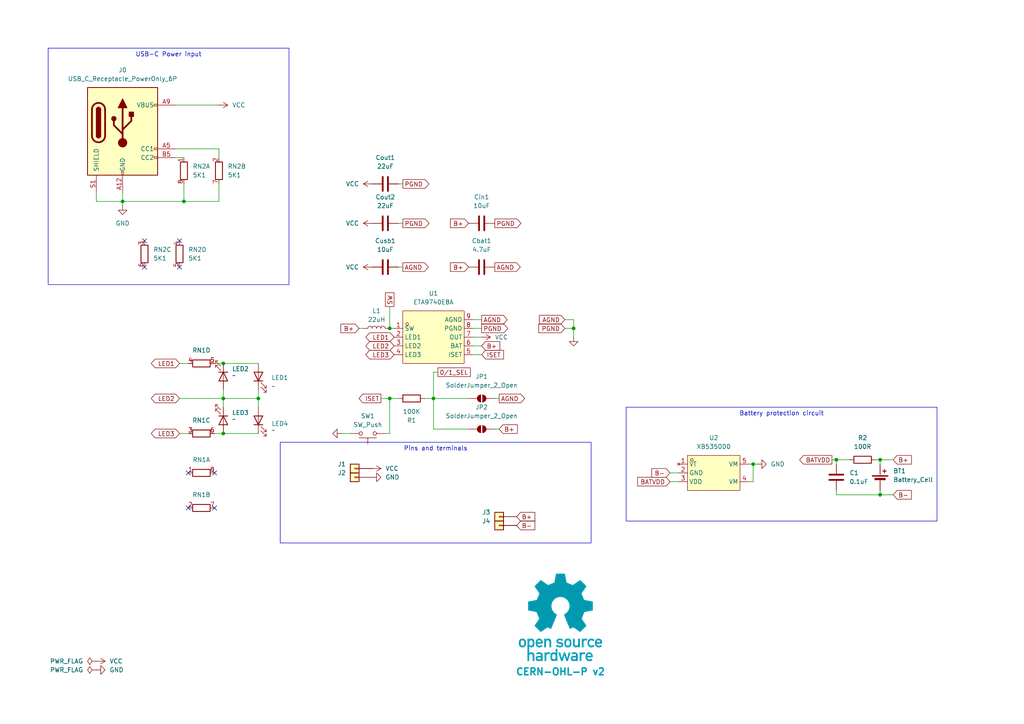
<source format=kicad_sch>
(kicad_sch (version 20231120) (generator "eeschema") (generator_version "8.0")
  (paper "A4")
  (lib_symbols
    (symbol "Conn_01x01_1" (pin_numbers hide) (pin_names (offset 1.016) hide)
      (property "Reference" "J" (at 0 2.54 0))
      (property "Value" "Conn_01x01" (at 0 -2.54 0))
      (symbol "Conn_01x01_1_1_1"
        (rectangle (start -1.27 0.127) (end 0 -0.127) (stroke (width 0.1524)))
        (rectangle (start -1.27 1.27) (end 1.27 -1.27) (stroke (width 0.254)) (fill (type background)))
        (pin passive line (at -5.08 0 0) (length 3.81) (name "Pin_1") (number "1"))
      )
    )
    (symbol "Connector:USB_C_Receptacle_PowerOnly_6P" (pin_names (offset 1.016))
      (property "Reference" "J" (at 0 16.51 0))
      (property "Value" "USB_C_Receptacle_PowerOnly_6P" (at 0 13.97 0))
      (symbol "USB_C_Receptacle_PowerOnly_6P_0_0"
        (rectangle (start -0.254 -12.7) (end 0.254 -11.684))
        (rectangle (start 10.16 -7.366) (end 9.144 -7.874))
        (rectangle (start 10.16 -4.826) (end 9.144 -5.334))
        (rectangle (start 10.16 7.874) (end 9.144 7.366))
      )
      (symbol "USB_C_Receptacle_PowerOnly_6P_0_1"
        (rectangle (start -10.16 12.7) (end 10.16 -12.7) (stroke (width 0.254)) (fill (type background)))
        (arc (start -8.89 -1.27) (mid -6.985 -3.1667) (end -5.08 -1.27) (stroke (width 0.508)))
        (arc (start -7.62 -1.27) (mid -6.985 -1.9023) (end -6.35 -1.27) (stroke (width 0.254)))
        (arc (start -7.62 -1.27) (mid -6.985 -1.9023) (end -6.35 -1.27) (stroke (width 0.254)) (fill (type outline)))
        (rectangle (start -7.62 -1.27) (end -6.35 6.35) (stroke (width 0.254)) (fill (type outline)))
        (arc (start -6.35 6.35) (mid -6.985 6.9823) (end -7.62 6.35) (stroke (width 0.254)))
        (arc (start -6.35 6.35) (mid -6.985 6.9823) (end -7.62 6.35) (stroke (width 0.254)) (fill (type outline)))
        (arc (start -5.08 6.35) (mid -6.985 8.2467) (end -8.89 6.35) (stroke (width 0.508)))
        (circle (center -2.54 3.683) (radius 0.635) (stroke (width 0.254)) (fill (type outline)))
        (circle (center 0 -3.302) (radius 1.27) (fill (type outline)))
        (polyline (pts (xy -8.89 -1.27) (xy -8.89 6.35)) (stroke (width 0.508)))
        (polyline (pts (xy -5.08 6.35) (xy -5.08 -1.27)) (stroke (width 0.508)))
        (polyline (pts (xy 0 -3.302) (xy 0 6.858)) (stroke (width 0.508)))
        (polyline (pts (xy 0 -0.762) (xy -2.54 1.778) (xy -2.54 3.048)) (stroke (width 0.508)))
        (polyline (pts (xy 0 0.508) (xy 2.54 3.048) (xy 2.54 4.318)) (stroke (width 0.508)))
        (polyline (pts (xy -1.27 6.858) (xy 0 9.398) (xy 1.27 6.858) (xy -1.27 6.858)) (stroke (width 0.254)) (fill (type outline)))
        (rectangle (start 1.905 4.318) (end 3.175 5.588) (stroke (width 0.254)) (fill (type outline)))
      )
      (symbol "USB_C_Receptacle_PowerOnly_6P_1_1"
        (pin passive line (at 0 -17.78 90) (length 5.08) (name "GND") (number "A12"))
        (pin bidirectional line (at 15.24 -5.08 180) (length 5.08) (name "CC1") (number "A5"))
        (pin passive line (at 15.24 7.62 180) (length 5.08) (name "VBUS") (number "A9"))
        (pin passive line (at 0 -17.78 90) (length 5.08) hide (name "GND") (number "B12"))
        (pin bidirectional line (at 15.24 -7.62 180) (length 5.08) (name "CC2") (number "B5"))
        (pin passive line (at 15.24 7.62 180) (length 5.08) hide (name "VBUS") (number "B9"))
        (pin passive line (at -7.62 -17.78 90) (length 5.08) (name "SHIELD") (number "S1"))
      )
    )
    (symbol "Connector_Generic:Conn_01x01" (pin_numbers hide) (pin_names (offset 1.016) hide)
      (property "Reference" "J" (at 0 2.54 0))
      (property "Value" "Conn_01x01" (at 0 -2.54 0))
      (symbol "Conn_01x01_1_1"
        (rectangle (start -1.27 0.127) (end 0 -0.127) (stroke (width 0.1524)))
        (rectangle (start -1.27 1.27) (end 1.27 -1.27) (stroke (width 0.254)) (fill (type background)))
        (pin passive line (at -5.08 0 0) (length 3.81) (name "Pin_1") (number "1"))
      )
    )
    (symbol "Device:Battery_Cell" (pin_numbers hide) (pin_names (offset 0) hide)
      (property "Reference" "BT" (at 2.54 2.54 0))
      (property "Value" "Battery_Cell" (at 2.54 0 0))
      (symbol "Battery_Cell_0_1"
        (rectangle (start -2.286 1.778) (end 2.286 1.524) (fill (type outline)))
        (rectangle (start -1.524 1.016) (end 1.524 0.508) (fill (type outline)))
        (polyline (pts (xy 0 0.762) (xy 0 0)))
        (polyline (pts (xy 0 1.778) (xy 0 2.54)))
        (polyline (pts (xy 0.762 3.048) (xy 1.778 3.048)) (stroke (width 0.254)))
        (polyline (pts (xy 1.27 3.556) (xy 1.27 2.54)) (stroke (width 0.254)))
      )
      (symbol "Battery_Cell_1_1"
        (pin passive line (at 0 5.08 270) (length 2.54) (name "+") (number "1"))
        (pin passive line (at 0 -2.54 90) (length 2.54) (name "-") (number "2"))
      )
    )
    (symbol "Device:C" (pin_numbers hide) (pin_names (offset 0.254))
      (property "Reference" "C" (at 0.635 2.54 0))
      (property "Value" "C" (at 0.635 -2.54 0))
      (symbol "C_0_1"
        (polyline (pts (xy -2.032 -0.762) (xy 2.032 -0.762)) (stroke (width 0.508)))
        (polyline (pts (xy -2.032 0.762) (xy 2.032 0.762)) (stroke (width 0.508)))
      )
      (symbol "C_1_1"
        (pin passive line (at 0 3.81 270) (length 2.794) (name "~") (number "1"))
        (pin passive line (at 0 -3.81 90) (length 2.794) (name "~") (number "2"))
      )
    )
    (symbol "Device:L" (pin_numbers hide) (pin_names (offset 1.016) hide)
      (property "Reference" "L" (at -1.27 0 90))
      (property "Value" "L" (at 1.905 0 90))
      (symbol "L_0_1"
        (arc (start 0 -2.54) (mid 0.6323 -1.905) (end 0 -1.27))
        (arc (start 0 -1.27) (mid 0.6323 -0.635) (end 0 0))
        (arc (start 0 0) (mid 0.6323 0.635) (end 0 1.27))
        (arc (start 0 1.27) (mid 0.6323 1.905) (end 0 2.54))
      )
      (symbol "L_1_1"
        (pin passive line (at 0 3.81 270) (length 1.27) (name "1") (number "1"))
        (pin passive line (at 0 -3.81 90) (length 1.27) (name "2") (number "2"))
      )
    )
    (symbol "Device:LED" (pin_numbers hide) (pin_names (offset 1.016) hide)
      (property "Reference" "D" (at 0 2.54 0))
      (property "Value" "LED" (at 0 -2.54 0))
      (symbol "LED_0_1"
        (polyline (pts (xy -1.27 -1.27) (xy -1.27 1.27)) (stroke (width 0.254)))
        (polyline (pts (xy -1.27 0) (xy 1.27 0)))
        (polyline (pts (xy 1.27 -1.27) (xy 1.27 1.27) (xy -1.27 0) (xy 1.27 -1.27)) (stroke (width 0.254)))
        (polyline (pts (xy -3.048 -0.762) (xy -4.572 -2.286) (xy -3.81 -2.286) (xy -4.572 -2.286) (xy -4.572 -1.524)))
        (polyline (pts (xy -1.778 -0.762) (xy -3.302 -2.286) (xy -2.54 -2.286) (xy -3.302 -2.286) (xy -3.302 -1.524)))
      )
      (symbol "LED_1_1"
        (pin passive line (at -3.81 0 0) (length 2.54) (name "K") (number "1"))
        (pin passive line (at 3.81 0 180) (length 2.54) (name "A") (number "2"))
      )
    )
    (symbol "Device:R" (pin_numbers hide) (pin_names (offset 0))
      (property "Reference" "R" (at 2.032 0 90))
      (property "Value" "R" (at 0 0 90))
      (symbol "R_0_1"
        (rectangle (start -1.016 -2.54) (end 1.016 2.54) (stroke (width 0.254)))
      )
      (symbol "R_1_1"
        (pin passive line (at 0 3.81 270) (length 1.27) (name "~") (number "1"))
        (pin passive line (at 0 -3.81 90) (length 1.27) (name "~") (number "2"))
      )
    )
    (symbol "Device:R_Pack04_Split" (pin_names (offset 0) hide)
      (property "Reference" "RN" (at 2.032 0 90))
      (property "Value" "R_Pack04_Split" (at 0 0 90))
      (symbol "R_Pack04_Split_0_1"
        (rectangle (start 1.016 2.54) (end -1.016 -2.54) (stroke (width 0.254)))
      )
      (symbol "R_Pack04_Split_1_1"
        (pin passive line (at 0 -3.81 90) (length 1.27) (name "R1.1") (number "1"))
        (pin passive line (at 0 3.81 270) (length 1.27) (name "R1.2") (number "8"))
      )
      (symbol "R_Pack04_Split_2_1"
        (pin passive line (at 0 -3.81 90) (length 1.27) (name "R2.1") (number "2"))
        (pin passive line (at 0 3.81 270) (length 1.27) (name "R2.2") (number "7"))
      )
      (symbol "R_Pack04_Split_3_1"
        (pin passive line (at 0 -3.81 90) (length 1.27) (name "R3.1") (number "3"))
        (pin passive line (at 0 3.81 270) (length 1.27) (name "R3.2") (number "6"))
      )
      (symbol "R_Pack04_Split_4_1"
        (pin passive line (at 0 -3.81 90) (length 1.27) (name "R4.1") (number "4"))
        (pin passive line (at 0 3.81 270) (length 1.27) (name "R4.2") (number "5"))
      )
    )
    (symbol "Jumper:SolderJumper_2_Open" (pin_numbers hide) (pin_names (offset 0) hide) (exclude_from_sim yes) (in_bom no)
      (property "Reference" "JP" (at 0 2.032 0))
      (property "Value" "SolderJumper_2_Open" (at 0 -2.54 0))
      (symbol "SolderJumper_2_Open_0_1"
        (arc (start -0.254 1.016) (mid -1.2656 0) (end -0.254 -1.016))
        (arc (start -0.254 1.016) (mid -1.2656 0) (end -0.254 -1.016) (fill (type outline)))
        (polyline (pts (xy -0.254 1.016) (xy -0.254 -1.016)))
        (polyline (pts (xy 0.254 1.016) (xy 0.254 -1.016)))
        (arc (start 0.254 -1.016) (mid 1.2656 0) (end 0.254 1.016))
        (arc (start 0.254 -1.016) (mid 1.2656 0) (end 0.254 1.016) (fill (type outline)))
      )
      (symbol "SolderJumper_2_Open_1_1"
        (pin passive line (at -3.81 0 0) (length 2.54) (name "A") (number "1"))
        (pin passive line (at 3.81 0 180) (length 2.54) (name "B") (number "2"))
      )
    )
    (symbol "Switch:SW_Push" (pin_numbers hide) (pin_names (offset 1.016) hide)
      (property "Reference" "SW" (at 1.27 2.54 0))
      (property "Value" "SW_Push" (at 0 -1.524 0))
      (symbol "SW_Push_0_1"
        (circle (center -2.032 0) (radius 0.508))
        (polyline (pts (xy 0 1.27) (xy 0 3.048)))
        (polyline (pts (xy 2.54 1.27) (xy -2.54 1.27)))
        (circle (center 2.032 0) (radius 0.508))
        (pin passive line (at -5.08 0 0) (length 2.54) (name "1") (number "1"))
        (pin passive line (at 5.08 0 180) (length 2.54) (name "2") (number "2"))
      )
    )
    (symbol "lcsc:ETA9740E8A"
      (property "Reference" "U" (at 0 10.16 0))
      (property "Value" "ETA9740E8A" (at 0 -10.16 0))
      (symbol "ETA9740E8A_0_1"
        (rectangle (start -8.89 7.62) (end 8.89 -7.62) (fill (type background)))
        (circle (center -7.62 3.81) (radius 0.38))
      )
      (symbol "ETA9740E8A_1_1"
        (pin passive line (at -11.43 2.54 0) (length 2.54) (name "SW") (number "1"))
        (pin bidirectional line (at -11.43 0 0) (length 2.54) (name "LED1") (number "2"))
        (pin bidirectional line (at -11.43 -2.54 0) (length 2.54) (name "LED2") (number "3"))
        (pin bidirectional line (at -11.43 -5.08 0) (length 2.54) (name "LED3") (number "4"))
        (pin passive line (at 11.43 -5.08 180) (length 2.54) (name "ISET") (number "5"))
        (pin passive line (at 11.43 -2.54 180) (length 2.54) (name "BAT") (number "6"))
        (pin power_in line (at 11.43 0 180) (length 2.54) (name "OUT") (number "7"))
        (pin power_in line (at 11.43 2.54 180) (length 2.54) (name "PGND") (number "8"))
        (pin power_in line (at 11.43 5.08 180) (length 2.54) (name "AGND") (number "9"))
      )
    )
    (symbol "lcsc:XB5350D0"
      (property "Reference" "U" (at 0 7.62 0))
      (property "Value" "XB5350D0" (at 0 -7.62 0))
      (symbol "XB5350D0_0_1"
        (rectangle (start -7.62 5.08) (end 7.62 -5.08) (fill (type background)))
        (circle (center -6.35 3.81) (radius 0.38))
      )
      (symbol "XB5350D0_1_1"
        (pin no_connect line (at -10.16 2.54 0) (length 2.54) (name "VT") (number "1"))
        (pin input line (at -10.16 0 0) (length 2.54) (name "GND") (number "2"))
        (pin input line (at -10.16 -2.54 0) (length 2.54) (name "VDD") (number "3"))
        (pin input line (at 10.16 -2.54 180) (length 2.54) (name "VM") (number "4"))
        (pin input line (at 10.16 2.54 180) (length 2.54) (name "VM") (number "5"))
      )
    )
    (symbol "power:GND" (power) (pin_numbers hide) (pin_names (offset 0) hide)
      (property "Value" "GND" (at 0 -3.81 0))
      (symbol "GND_0_1"
        (polyline (pts (xy 0 0) (xy 0 -1.27) (xy 1.27 -1.27) (xy 0 -2.54) (xy -1.27 -1.27) (xy 0 -1.27)))
      )
      (symbol "GND_1_1"
        (pin power_in line (at 0 0 270) (length 0) (name "~") (number "1"))
      )
    )
    (symbol "power:PWR_FLAG" (power) (pin_numbers hide) (pin_names (offset 0) hide)
      (property "Value" "PWR_FLAG" (at 0 3.81 0))
      (symbol "PWR_FLAG_0_0"
        (pin power_out line (at 0 0 90) (length 0) (name "~") (number "1"))
      )
      (symbol "PWR_FLAG_0_1"
        (polyline (pts (xy 0 0) (xy 0 1.27) (xy -1.016 1.905) (xy 0 2.54) (xy 1.016 1.905) (xy 0 1.27)))
      )
    )
    (symbol "power:VCC" (power) (pin_numbers hide) (pin_names (offset 0) hide)
      (property "Value" "VCC" (at 0 3.556 0))
      (symbol "VCC_0_1"
        (polyline (pts (xy -0.762 1.27) (xy 0 2.54)))
        (polyline (pts (xy 0 0) (xy 0 2.54)))
        (polyline (pts (xy 0 2.54) (xy 0.762 1.27)))
      )
      (symbol "VCC_1_1"
        (pin power_in line (at 0 0 90) (length 0) (name "~") (number "1"))
      )
    )
  )
  (junction (at 64.77 105.41))
  (junction (at 242.57 133.35))
  (junction (at 113.03 95.25))
  (junction (at 166.37 95.25))
  (junction (at 35.56 58.42))
  (junction (at 53.34 58.42))
  (junction (at 113.03 115.57))
  (junction (at 218.44 134.62))
  (junction (at 64.77 115.57))
  (junction (at 255.27 143.51))
  (junction (at 125.73 115.57))
  (junction (at 74.93 115.57))
  (junction (at 64.77 125.73))
  (junction (at 255.27 133.35))
  (no_connect (at 62.23 147.32))
  (no_connect (at 41.91 77.47))
  (no_connect (at 41.91 69.85))
  (no_connect (at 52.07 77.47))
  (no_connect (at 54.61 137.16))
  (no_connect (at 54.61 147.32))
  (no_connect (at 62.23 137.16))
  (no_connect (at 52.07 69.85))
  (wire (pts (xy 74.93 113.03) (xy 74.93 115.57)))
  (wire (pts (xy 53.34 53.34) (xy 53.34 58.42)))
  (wire (pts (xy 218.44 139.7) (xy 218.44 134.62)))
  (wire (pts (xy 255.27 143.51) (xy 255.27 142.24)))
  (wire (pts (xy 163.83 95.25) (xy 166.37 95.25)))
  (wire (pts (xy 104.14 95.25) (xy 105.41 95.25)))
  (wire (pts (xy 166.37 92.71) (xy 166.37 95.25)))
  (wire (pts (xy 242.57 142.24) (xy 242.57 143.51)))
  (wire (pts (xy 35.56 55.88) (xy 35.56 58.42)))
  (wire (pts (xy 113.03 115.57) (xy 110.49 115.57)))
  (wire (pts (xy 137.16 100.33) (xy 139.7 100.33)))
  (wire (pts (xy 27.94 58.42) (xy 35.56 58.42)))
  (wire (pts (xy 50.8 30.48) (xy 63.5 30.48)))
  (wire (pts (xy 64.77 113.03) (xy 64.77 115.57)))
  (wire (pts (xy 62.23 105.41) (xy 64.77 105.41)))
  (wire (pts (xy 166.37 95.25) (xy 166.37 97.79)))
  (wire (pts (xy 123.19 115.57) (xy 125.73 115.57)))
  (wire (pts (xy 62.23 125.73) (xy 64.77 125.73)))
  (wire (pts (xy 116.84 53.34) (xy 115.57 53.34)))
  (wire (pts (xy 64.77 125.73) (xy 74.93 125.73)))
  (wire (pts (xy 113.03 125.73) (xy 113.03 115.57)))
  (wire (pts (xy 137.16 97.79) (xy 139.7 97.79)))
  (wire (pts (xy 137.16 95.25) (xy 139.7 95.25)))
  (wire (pts (xy 219.71 134.62) (xy 218.44 134.62)))
  (wire (pts (xy 50.8 43.18) (xy 63.5 43.18)))
  (wire (pts (xy 241.3 133.35) (xy 242.57 133.35)))
  (wire (pts (xy 52.07 115.57) (xy 64.77 115.57)))
  (wire (pts (xy 242.57 143.51) (xy 255.27 143.51)))
  (wire (pts (xy 115.57 115.57) (xy 113.03 115.57)))
  (wire (pts (xy 127 107.95) (xy 125.73 107.95)))
  (wire (pts (xy 218.44 134.62) (xy 217.17 134.62)))
  (wire (pts (xy 163.83 92.71) (xy 166.37 92.71)))
  (wire (pts (xy 137.16 92.71) (xy 139.7 92.71)))
  (wire (pts (xy 27.94 55.88) (xy 27.94 58.42)))
  (wire (pts (xy 111.76 125.73) (xy 113.03 125.73)))
  (wire (pts (xy 116.84 77.47) (xy 115.57 77.47)))
  (wire (pts (xy 125.73 115.57) (xy 135.89 115.57)))
  (wire (pts (xy 137.16 102.87) (xy 139.7 102.87)))
  (wire (pts (xy 63.5 53.34) (xy 63.5 58.42)))
  (wire (pts (xy 63.5 43.18) (xy 63.5 45.72)))
  (wire (pts (xy 255.27 143.51) (xy 259.08 143.51)))
  (wire (pts (xy 53.34 58.42) (xy 35.56 58.42)))
  (wire (pts (xy 52.07 125.73) (xy 54.61 125.73)))
  (wire (pts (xy 255.27 133.35) (xy 255.27 134.62)))
  (wire (pts (xy 246.38 133.35) (xy 242.57 133.35)))
  (wire (pts (xy 35.56 58.42) (xy 35.56 59.69)))
  (wire (pts (xy 116.84 64.77) (xy 115.57 64.77)))
  (wire (pts (xy 50.8 45.72) (xy 53.34 45.72)))
  (wire (pts (xy 194.31 137.16) (xy 196.85 137.16)))
  (wire (pts (xy 254 133.35) (xy 255.27 133.35)))
  (wire (pts (xy 242.57 133.35) (xy 242.57 134.62)))
  (wire (pts (xy 52.07 105.41) (xy 54.61 105.41)))
  (wire (pts (xy 64.77 115.57) (xy 64.77 118.11)))
  (wire (pts (xy 63.5 58.42) (xy 53.34 58.42)))
  (wire (pts (xy 74.93 115.57) (xy 74.93 118.11)))
  (wire (pts (xy 64.77 115.57) (xy 74.93 115.57)))
  (wire (pts (xy 99.06 125.73) (xy 101.6 125.73)))
  (wire (pts (xy 144.78 124.46) (xy 143.51 124.46)))
  (wire (pts (xy 64.77 105.41) (xy 74.93 105.41)))
  (wire (pts (xy 144.78 115.57) (xy 143.51 115.57)))
  (wire (pts (xy 217.17 139.7) (xy 218.44 139.7)))
  (wire (pts (xy 255.27 133.35) (xy 259.08 133.35)))
  (wire (pts (xy 113.03 95.25) (xy 114.3 95.25)))
  (wire (pts (xy 194.31 139.7) (xy 196.85 139.7)))
  (wire (pts (xy 113.03 88.9) (xy 113.03 95.25)))
  (wire (pts (xy 125.73 115.57) (xy 125.73 124.46)))
  (wire (pts (xy 125.73 107.95) (xy 125.73 115.57)))
  (wire (pts (xy 135.89 124.46) (xy 125.73 124.46)))
  (image (at 162.56 179.07) (scale 0.37481))
  (text_box "Pins and terminals" (at 81.28 128.27 0) (size 90.17 29.21) (effects (font (size 1.27 1.27)) (justify top)))
  (text_box "USB-C Power input" (at 13.97 13.97 0) (size 69.85 68.58) (effects (font (size 1.27 1.27)) (justify top)))
  (text_box "Battery protection circuit" (at 181.61 118.11 0) (size 90.17 33.02) (effects (font (size 1.27 1.27)) (justify top)))
  (text "CERN-OHL-P v2" (at 162.56 195.072 0) (effects (font (size 2 2) (thickness 0.4) (bold yes))))
  (global_label "PGND" (shape output) (at 143.51 64.77 0) (property "Intersheetrefs" "${INTERSHEET_REFS}" (effects (hide yes))))
  (global_label "AGND" (shape output) (at 139.7 92.71 0) (property "Intersheetrefs" "${INTERSHEET_REFS}" (effects (hide yes))))
  (global_label "PGND" (shape input) (at 163.83 95.25 180) (property "Intersheetrefs" "${INTERSHEET_REFS}" (effects (hide yes))))
  (global_label "B+" (shape input) (at 139.7 100.33 0) (property "Intersheetrefs" "${INTERSHEET_REFS}" (effects (hide yes))))
  (global_label "LED2" (shape bidirectional) (at 114.3 100.33 180) (property "Intersheetrefs" "${INTERSHEET_REFS}" (effects (hide yes))))
  (global_label "AGND" (shape output) (at 144.78 115.57 0) (property "Intersheetrefs" "${INTERSHEET_REFS}" (effects (hide yes))))
  (global_label "0{slash}1_SEL" (shape passive) (at 127 107.95 0) (property "Intersheetrefs" "${INTERSHEET_REFS}" (effects (hide yes))))
  (global_label "PGND" (shape output) (at 139.7 95.25 0) (property "Intersheetrefs" "${INTERSHEET_REFS}" (effects (hide yes))))
  (global_label "B-" (shape input) (at 259.08 143.51 0) (property "Intersheetrefs" "${INTERSHEET_REFS}" (effects (hide yes))))
  (global_label "B+" (shape input) (at 135.89 77.47 180) (property "Intersheetrefs" "${INTERSHEET_REFS}" (effects (hide yes))))
  (global_label "PGND" (shape output) (at 116.84 53.34 0) (property "Intersheetrefs" "${INTERSHEET_REFS}" (effects (hide yes))))
  (global_label "PGND" (shape output) (at 116.84 64.77 0) (property "Intersheetrefs" "${INTERSHEET_REFS}" (effects (hide yes))))
  (global_label "B-" (shape input) (at 194.31 137.16 180) (property "Intersheetrefs" "${INTERSHEET_REFS}" (effects (hide yes))))
  (global_label "BATVDD" (shape input) (at 194.31 139.7 180) (property "Intersheetrefs" "${INTERSHEET_REFS}" (effects (hide yes))))
  (global_label "AGND" (shape output) (at 143.51 77.47 0) (property "Intersheetrefs" "${INTERSHEET_REFS}" (effects (hide yes))))
  (global_label "B-" (shape input) (at 149.86 152.4 0) (property "Intersheetrefs" "${INTERSHEET_REFS}" (effects (hide yes))))
  (global_label "ISET" (shape output) (at 110.49 115.57 180) (property "Intersheetrefs" "${INTERSHEET_REFS}" (effects (hide yes))))
  (global_label "B+" (shape input) (at 135.89 64.77 180) (property "Intersheetrefs" "${INTERSHEET_REFS}" (effects (hide yes))))
  (global_label "LED1" (shape bidirectional) (at 114.3 97.79 180) (property "Intersheetrefs" "${INTERSHEET_REFS}" (effects (hide yes))))
  (global_label "BATVDD" (shape output) (at 241.3 133.35 180) (property "Intersheetrefs" "${INTERSHEET_REFS}" (effects (hide yes))))
  (global_label "ISET" (shape input) (at 139.7 102.87 0) (property "Intersheetrefs" "${INTERSHEET_REFS}" (effects (hide yes))))
  (global_label "LED1" (shape bidirectional) (at 52.07 105.41 180) (property "Intersheetrefs" "${INTERSHEET_REFS}" (effects (hide yes))))
  (global_label "AGND" (shape input) (at 163.83 92.71 180) (property "Intersheetrefs" "${INTERSHEET_REFS}" (effects (hide yes))))
  (global_label "AGND" (shape output) (at 116.84 77.47 0) (property "Intersheetrefs" "${INTERSHEET_REFS}" (effects (hide yes))))
  (global_label "B+" (shape input) (at 259.08 133.35 0) (property "Intersheetrefs" "${INTERSHEET_REFS}" (effects (hide yes))))
  (global_label "LED3" (shape bidirectional) (at 114.3 102.87 180) (property "Intersheetrefs" "${INTERSHEET_REFS}" (effects (hide yes))))
  (global_label "SW" (shape passive) (at 113.03 88.9 90) (property "Intersheetrefs" "${INTERSHEET_REFS}" (effects (hide yes))))
  (global_label "B+" (shape input) (at 144.78 124.46 0) (property "Intersheetrefs" "${INTERSHEET_REFS}" (effects (hide yes))))
  (global_label "B+" (shape input) (at 149.86 149.86 0) (property "Intersheetrefs" "${INTERSHEET_REFS}" (effects (hide yes))))
  (global_label "LED2" (shape bidirectional) (at 52.07 115.57 180) (property "Intersheetrefs" "${INTERSHEET_REFS}" (effects (hide yes))))
  (global_label "B+" (shape input) (at 104.14 95.25 180) (property "Intersheetrefs" "${INTERSHEET_REFS}" (effects (hide yes))))
  (global_label "LED3" (shape bidirectional) (at 52.07 125.73 180) (property "Intersheetrefs" "${INTERSHEET_REFS}" (effects (hide yes))))
  (symbol (lib_id "Device:LED") (at 74.93 121.92 90) (unit 1)
    (property "Reference" "LED4" (at 78.74 122.8724 90) (effects (justify right)))
    (property "Value" "~" (at 78.74 124.7775 90) (effects (justify right)))
    (property "Footprint" "custom:LED_0805_2012Metric_Pad1.15x1.40mm_HandSolder_simple" (effects (hide yes)))
    (property "Description" "Light emitting diode" (effects (hide yes)))
  )
  (symbol (lib_id "power:GND") (at 99.06 125.73 270) (unit 1)
    (property "Reference" "#PWR012" (effects (hide yes)))
    (property "Value" "GND" (effects (hide yes)))
    (property "Description" "Power symbol creates a global label with name \"GND\" , ground" (effects (hide yes)))
  )
  (symbol (lib_id "Device:L") (at 109.22 95.25 90) (unit 1)
    (property "Reference" "L1" (at 109.22 90.17 90))
    (property "Value" "22uH" (at 109.22 92.71 90))
    (property "Footprint" "custom:Inductor_Multi_7.0x6.6_plus" (effects (hide yes)))
    (property "Description" "Inductor" (effects (hide yes)))
    (property "LCSC Part" "C5832376" (effects (hide yes)))
  )
  (symbol (lib_id "Device:R_Pack04_Split") (at 63.5 49.53 180) (unit 2)
    (property "Reference" "RN2" (at 66.04 48.2599 0) (effects (justify right)))
    (property "Value" "5K1" (at 66.04 50.7999 0) (effects (justify right)))
    (property "Footprint" "Resistor_SMD:R_Array_Convex_4x0603" (effects (hide yes)))
    (property "Description" "4 resistor network, parallel topology, split" (effects (hide yes)))
  )
  (symbol (lib_id "Device:R") (at 119.38 115.57 270) (mirror x) (unit 1)
    (property "Reference" "R1" (at 119.38 121.92 90))
    (property "Value" "100K" (at 119.38 119.38 90))
    (property "Footprint" "Resistor_SMD:R_0805_2012Metric_Pad1.20x1.40mm_HandSolder" (effects (hide yes)))
    (property "Description" "Resistor" (effects (hide yes)))
    (property "LCSC Part" "C17379" (effects (hide yes)))
  )
  (symbol (lib_id "Device:R_Pack04_Split") (at 58.42 137.16 270) (unit 1)
    (property "Reference" "RN1" (at 58.42 133.35 90))
    (property "Value" "R_Pack04_Split" (effects (hide yes)))
    (property "Footprint" "Resistor_SMD:R_Array_Convex_4x0603" (effects (hide yes)))
    (property "Description" "4 resistor network, parallel topology, split" (effects (hide yes)))
  )
  (symbol (lib_name "Conn_01x01_1") (lib_id "Connector_Generic:Conn_01x01") (at 144.78 152.4 0) (mirror y) (unit 1)
    (property "Reference" "J4" (at 142.24 151.1299 0) (effects (justify left)))
    (property "Value" "Conn_01x01" (effects (hide yes)))
    (property "Footprint" "custom:PinHeader_1x01_P2.54mm_simple_square" (effects (hide yes)))
    (property "Description" "Generic connector, single row, 01x01, script generated (kicad-library-utils/schlib/autogen/connector/)" (effects (hide yes)))
  )
  (symbol (lib_name "Conn_01x01_1") (lib_id "Connector_Generic:Conn_01x01") (at 102.87 138.43 0) (mirror y) (unit 1)
    (property "Reference" "J2" (at 100.33 137.1599 0) (effects (justify left)))
    (property "Value" "Conn_01x01" (effects (hide yes)))
    (property "Footprint" "custom:PinHeader_1x01_P2.54mm_simple_square" (effects (hide yes)))
    (property "Description" "Generic connector, single row, 01x01, script generated (kicad-library-utils/schlib/autogen/connector/)" (effects (hide yes)))
  )
  (symbol (lib_id "Device:R_Pack04_Split") (at 58.42 105.41 270) (unit 4)
    (property "Reference" "RN1" (at 58.42 101.6 90))
    (property "Value" "R_Pack04_Split" (effects (hide yes)))
    (property "Footprint" "Resistor_SMD:R_Array_Convex_4x0603" (effects (hide yes)))
    (property "Description" "4 resistor network, parallel topology, split" (effects (hide yes)))
  )
  (symbol (lib_id "Switch:SW_Push") (at 106.68 125.73 180) (unit 1)
    (property "Reference" "SW1" (at 106.68 120.65 0))
    (property "Value" "SW_Push" (at 106.68 123.19 0))
    (property "Footprint" "custom:PinHeader_1x02_P2.54mm_Vertical_simple_pad2gnd" (effects (hide yes)))
    (property "Description" "Push button switch, generic, two pins" (effects (hide yes)))
  )
  (symbol (lib_id "power:VCC") (at 139.7 97.79 270) (unit 1)
    (property "Reference" "#PWR04" (effects (hide yes)))
    (property "Value" "VCC" (at 143.51 97.7901 90) (effects (justify left)))
    (property "Description" "Power symbol creates a global label with name \"VCC\"" (effects (hide yes)))
  )
  (symbol (lib_id "power:VCC") (at 107.95 135.89 270) (mirror x) (unit 1)
    (property "Reference" "#PWR010" (effects (hide yes)))
    (property "Value" "VCC" (at 111.76 135.8899 90) (effects (justify left)))
    (property "Description" "Power symbol creates a global label with name \"VCC\"" (effects (hide yes)))
  )
  (symbol (lib_id "power:VCC") (at 107.95 77.47 90) (unit 1)
    (property "Reference" "#PWR09" (effects (hide yes)))
    (property "Value" "VCC" (at 104.14 77.4699 90) (effects (justify left)))
    (property "Description" "Power symbol creates a global label with name \"VCC\"" (effects (hide yes)))
  )
  (symbol (lib_id "Jumper:SolderJumper_2_Open") (at 139.7 115.57 180) (unit 1) (exclude_from_sim yes) (in_bom no)
    (property "Reference" "JP1" (at 139.7 109.22 0))
    (property "Value" "SolderJumper_2_Open" (at 139.7 111.76 0))
    (property "Footprint" "Jumper:SolderJumper-2_P1.3mm_Open_RoundedPad1.0x1.5mm" (effects (hide yes)))
    (property "Description" "Solder Jumper, 2-pole, open" (effects (hide yes)))
  )
  (symbol (lib_id "Device:LED") (at 74.93 109.22 90) (unit 1)
    (property "Reference" "LED1" (at 78.74 109.5374 90) (effects (justify right)))
    (property "Value" "~" (at 78.74 112.0774 90) (effects (justify right)))
    (property "Footprint" "custom:LED_0805_2012Metric_Pad1.15x1.40mm_HandSolder_simple" (effects (hide yes)))
    (property "Description" "Light emitting diode" (effects (hide yes)))
  )
  (symbol (lib_id "power:VCC") (at 27.94 191.77 270) (unit 1)
    (property "Reference" "#PWR01" (effects (hide yes)))
    (property "Value" "VCC" (at 31.75 191.7701 90) (effects (justify left)))
    (property "Description" "Power symbol creates a global label with name \"VCC\"" (effects (hide yes)))
  )
  (symbol (lib_id "Device:LED") (at 64.77 109.22 270) (unit 1)
    (property "Reference" "LED2" (at 67.31 106.9974 90) (effects (justify left)))
    (property "Value" "~" (at 67.31 108.9025 90) (effects (justify left)))
    (property "Footprint" "custom:LED_0805_2012Metric_Pad1.15x1.40mm_HandSolder_simple" (effects (hide yes)))
    (property "Description" "Light emitting diode" (effects (hide yes)))
  )
  (symbol (lib_id "power:PWR_FLAG") (at 27.94 194.31 90) (unit 1)
    (property "Reference" "#FLG01" (effects (hide yes)))
    (property "Value" "PWR_FLAG" (at 24.13 194.3101 90) (effects (justify left)))
    (property "Description" "Special symbol for telling ERC where power comes from" (effects (hide yes)))
  )
  (symbol (lib_id "Device:R_Pack04_Split") (at 41.91 73.66 180) (unit 3)
    (property "Reference" "RN2" (at 44.45 72.3899 0) (effects (justify right)))
    (property "Value" "5K1" (at 44.45 74.9299 0) (effects (justify right)))
    (property "Footprint" "Resistor_SMD:R_Array_Convex_4x0603" (effects (hide yes)))
    (property "Description" "4 resistor network, parallel topology, split" (effects (hide yes)))
  )
  (symbol (lib_id "Device:LED") (at 64.77 121.92 270) (unit 1)
    (property "Reference" "LED3" (at 67.31 119.6974 90) (effects (justify left)))
    (property "Value" "~" (at 67.31 121.6025 90) (effects (justify left)))
    (property "Footprint" "custom:LED_0805_2012Metric_Pad1.15x1.40mm_HandSolder_simple" (effects (hide yes)))
    (property "Description" "Light emitting diode" (effects (hide yes)))
  )
  (symbol (lib_id "lcsc:XB5350D0") (at 207.01 137.16 0) (unit 1)
    (property "Reference" "U2" (at 207.01 127 0))
    (property "Value" "XB5350D0" (at 207.01 129.54 0))
    (property "Footprint" "custom:SOT-23-5_simple" (effects (hide yes)))
    (property "Datasheet" "https://www.lcsc.com/datasheet/lcsc_datasheet_2106062205_XySemi-XB5350D0_C2760002.pdf" (effects (hide yes)))
    (property "JLCPCB_CORRECTION" "0; 0; 180" (effects (hide yes)))
    (property "LCSC Part" "C2760002" (effects (hide yes)))
  )
  (symbol (lib_id "Device:R_Pack04_Split") (at 52.07 73.66 180) (unit 4)
    (property "Reference" "RN2" (at 54.61 72.3899 0) (effects (justify right)))
    (property "Value" "5K1" (at 54.61 74.9299 0) (effects (justify right)))
    (property "Footprint" "Resistor_SMD:R_Array_Convex_4x0603" (effects (hide yes)))
    (property "Description" "4 resistor network, parallel topology, split" (effects (hide yes)))
  )
  (symbol (lib_id "Device:Battery_Cell") (at 255.27 139.7 0) (unit 1)
    (property "Reference" "BT1" (at 259.08 136.5884 0) (effects (justify left)))
    (property "Value" "Battery_Cell" (at 259.08 139.1284 0) (effects (justify left)))
    (property "Footprint" "custom:JST_XH_B2B-XH-A_1x02_P2.50mm_Vertical_simple_pad2gnd" (effects (hide yes)))
    (property "Description" "Single-cell battery" (effects (hide yes)))
  )
  (symbol (lib_id "Device:C") (at 111.76 64.77 90) (unit 1)
    (property "Reference" "Cout2" (at 111.76 57.15 90))
    (property "Value" "22uF" (at 111.76 59.69 90))
    (property "Footprint" "custom:C_0805_2012Metric_Pad1.18x1.45mm_HandSolder" (effects (hide yes)))
    (property "Description" "Unpolarized capacitor" (effects (hide yes)))
  )
  (symbol (lib_id "Device:R_Pack04_Split") (at 58.42 147.32 270) (unit 2)
    (property "Reference" "RN1" (at 58.42 143.51 90))
    (property "Value" "R_Pack04_Split" (effects (hide yes)))
    (property "Footprint" "Resistor_SMD:R_Array_Convex_4x0603" (effects (hide yes)))
    (property "Description" "4 resistor network, parallel topology, split" (effects (hide yes)))
  )
  (symbol (lib_id "power:GND") (at 107.95 138.43 90) (mirror x) (unit 1)
    (property "Reference" "#PWR011" (effects (hide yes)))
    (property "Value" "GND" (at 111.76 138.4299 90) (effects (justify right)))
    (property "Description" "Power symbol creates a global label with name \"GND\" , ground" (effects (hide yes)))
  )
  (symbol (lib_id "Device:C") (at 111.76 53.34 90) (unit 1)
    (property "Reference" "Cout1" (at 111.76 45.72 90))
    (property "Value" "22uF" (at 111.76 48.26 90))
    (property "Footprint" "custom:C_0805_2012Metric_Pad1.18x1.45mm_HandSolder" (effects (hide yes)))
    (property "Description" "Unpolarized capacitor" (effects (hide yes)))
  )
  (symbol (lib_id "power:GND") (at 35.56 59.69 0) (unit 1)
    (property "Reference" "#PWR06" (effects (hide yes)))
    (property "Value" "GND" (at 35.56 64.77 0))
    (property "Description" "Power symbol creates a global label with name \"GND\" , ground" (effects (hide yes)))
  )
  (symbol (lib_id "power:VCC") (at 107.95 64.77 90) (unit 1)
    (property "Reference" "#PWR015" (effects (hide yes)))
    (property "Value" "VCC" (at 104.14 64.7699 90) (effects (justify left)))
    (property "Description" "Power symbol creates a global label with name \"VCC\"" (effects (hide yes)))
  )
  (symbol (lib_id "power:PWR_FLAG") (at 27.94 191.77 90) (unit 1)
    (property "Reference" "#FLG02" (effects (hide yes)))
    (property "Value" "PWR_FLAG" (at 24.13 191.7701 90) (effects (justify left)))
    (property "Description" "Special symbol for telling ERC where power comes from" (effects (hide yes)))
  )
  (symbol (lib_id "lcsc:ETA9740E8A") (at 125.73 97.79 0) (unit 1)
    (property "Reference" "U1" (at 125.73 85.09 0))
    (property "Value" "ETA9740E8A" (at 125.73 87.63 0))
    (property "Footprint" "custom:SOIC-8-1EP_3.9x4.9mm_P1.27mm_EP2.41x3.3mm_ThermalVias_CustomVias_Large" (effects (hide yes)))
    (property "LCSC Part" "C7465512" (effects (hide yes)))
  )
  (symbol (lib_id "Device:C") (at 139.7 64.77 270) (unit 1)
    (property "Reference" "Cin1" (at 139.7 57.15 90))
    (property "Value" "10uF" (at 139.7 59.69 90))
    (property "Footprint" "custom:C_0805_2012Metric_Pad1.18x1.45mm_HandSolder" (effects (hide yes)))
    (property "Description" "Unpolarized capacitor" (effects (hide yes)))
  )
  (symbol (lib_id "Jumper:SolderJumper_2_Open") (at 139.7 124.46 0) (unit 1) (exclude_from_sim yes) (in_bom no)
    (property "Reference" "JP2" (at 139.7 118.11 0))
    (property "Value" "SolderJumper_2_Open" (at 139.7 120.65 0))
    (property "Footprint" "Jumper:SolderJumper-2_P1.3mm_Open_RoundedPad1.0x1.5mm" (effects (hide yes)))
    (property "Description" "Solder Jumper, 2-pole, open" (effects (hide yes)))
  )
  (symbol (lib_id "power:GND") (at 166.37 97.79 0) (unit 1)
    (property "Reference" "#PWR03" (effects (hide yes)))
    (property "Value" "GND" (effects (hide yes)))
    (property "Description" "Power symbol creates a global label with name \"GND\" , ground" (effects (hide yes)))
  )
  (symbol (lib_id "Connector:USB_C_Receptacle_PowerOnly_6P") (at 35.56 38.1 0) (unit 1)
    (property "Reference" "J0" (at 35.56 20.32 0))
    (property "Value" "USB_C_Receptacle_PowerOnly_6P" (at 35.56 22.86 0))
    (property "Footprint" "custom:USB_C_Receptacle_GCT_USB4125-xx-x_6P_TopMnt_Horizontal_handsolder" (effects (hide yes)))
    (property "Datasheet" "https://www.usb.org/sites/default/files/documents/usb_type-c.zip" (effects (hide yes)))
    (property "Description" "USB Power-Only 6P Type-C Receptacle connector" (effects (hide yes)))
  )
  (symbol (lib_id "Device:C") (at 111.76 77.47 90) (unit 1)
    (property "Reference" "Cusb1" (at 111.76 69.85 90))
    (property "Value" "10uF" (at 111.76 72.39 90))
    (property "Footprint" "custom:C_0805_2012Metric_Pad1.18x1.45mm_HandSolder" (effects (hide yes)))
    (property "Description" "Unpolarized capacitor" (effects (hide yes)))
  )
  (symbol (lib_id "power:VCC") (at 107.95 53.34 90) (unit 1)
    (property "Reference" "#PWR07" (effects (hide yes)))
    (property "Value" "VCC" (at 104.14 53.3399 90) (effects (justify left)))
    (property "Description" "Power symbol creates a global label with name \"VCC\"" (effects (hide yes)))
  )
  (symbol (lib_id "Device:C") (at 139.7 77.47 270) (unit 1)
    (property "Reference" "Cbat1" (at 139.7 69.85 90))
    (property "Value" "4.7uF" (at 139.7 72.39 90))
    (property "Footprint" "custom:C_0805_2012Metric_Pad1.18x1.45mm_HandSolder" (effects (hide yes)))
    (property "Description" "Unpolarized capacitor" (effects (hide yes)))
  )
  (symbol (lib_id "Device:R_Pack04_Split") (at 58.42 125.73 270) (unit 3)
    (property "Reference" "RN1" (at 58.42 121.92 90))
    (property "Value" "R_Pack04_Split" (effects (hide yes)))
    (property "Footprint" "Resistor_SMD:R_Array_Convex_4x0603" (effects (hide yes)))
    (property "Description" "4 resistor network, parallel topology, split" (effects (hide yes)))
  )
  (symbol (lib_id "power:GND") (at 219.71 134.62 90) (unit 1)
    (property "Reference" "#PWR05" (effects (hide yes)))
    (property "Value" "GND" (at 223.52 134.6199 90) (effects (justify right)))
    (property "Description" "Power symbol creates a global label with name \"GND\" , ground" (effects (hide yes)))
  )
  (symbol (lib_id "Connector_Generic:Conn_01x01") (at 102.87 135.89 0) (mirror y) (unit 1)
    (property "Reference" "J1" (at 100.33 134.6199 0) (effects (justify left)))
    (property "Value" "Conn_01x01" (effects (hide yes)))
    (property "Footprint" "custom:PinHeader_1x01_P2.54mm_simple" (effects (hide yes)))
    (property "Description" "Generic connector, single row, 01x01, script generated (kicad-library-utils/schlib/autogen/connector/)" (effects (hide yes)))
  )
  (symbol (lib_id "power:GND") (at 27.94 194.31 90) (unit 1)
    (property "Reference" "#PWR02" (effects (hide yes)))
    (property "Value" "GND" (at 31.75 194.3101 90) (effects (justify right)))
    (property "Description" "Power symbol creates a global label with name \"GND\" , ground" (effects (hide yes)))
  )
  (symbol (lib_id "Connector_Generic:Conn_01x01") (at 144.78 149.86 0) (mirror y) (unit 1)
    (property "Reference" "J3" (at 142.24 148.5899 0) (effects (justify left)))
    (property "Value" "Conn_01x01" (effects (hide yes)))
    (property "Footprint" "custom:PinHeader_1x01_P2.54mm_simple" (effects (hide yes)))
    (property "Description" "Generic connector, single row, 01x01, script generated (kicad-library-utils/schlib/autogen/connector/)" (effects (hide yes)))
  )
  (symbol (lib_id "Device:C") (at 242.57 138.43 180) (unit 1)
    (property "Reference" "C1" (at 246.38 137.1599 0) (effects (justify right)))
    (property "Value" "0.1uF" (at 246.38 139.6999 0) (effects (justify right)))
    (property "Footprint" "custom:C_0805_2012Metric_Pad1.18x1.45mm_HandSolder" (effects (hide yes)))
    (property "Description" "Unpolarized capacitor" (effects (hide yes)))
    (property "LCSC Part" "C1525" (effects (hide yes)))
  )
  (symbol (lib_id "Device:R") (at 250.19 133.35 270) (mirror x) (unit 1)
    (property "Reference" "R2" (at 250.19 127 90))
    (property "Value" "100R" (at 250.19 129.54 90))
    (property "Footprint" "Resistor_SMD:R_0805_2012Metric_Pad1.20x1.40mm_HandSolder" (effects (hide yes)))
    (property "Description" "Resistor" (effects (hide yes)))
  )
  (symbol (lib_id "power:VCC") (at 63.5 30.48 270) (unit 1)
    (property "Reference" "#PWR08" (effects (hide yes)))
    (property "Value" "VCC" (at 67.31 30.4799 90) (effects (justify left)))
    (property "Description" "Power symbol creates a global label with name \"VCC\"" (effects (hide yes)))
  )
  (symbol (lib_id "Device:R_Pack04_Split") (at 53.34 49.53 180) (unit 1)
    (property "Reference" "RN2" (at 55.88 48.2599 0) (effects (justify right)))
    (property "Value" "5K1" (at 55.88 50.7999 0) (effects (justify right)))
    (property "Footprint" "Resistor_SMD:R_Array_Convex_4x0603" (effects (hide yes)))
    (property "Description" "4 resistor network, parallel topology, split" (effects (hide yes)))
  )
)
</source>
